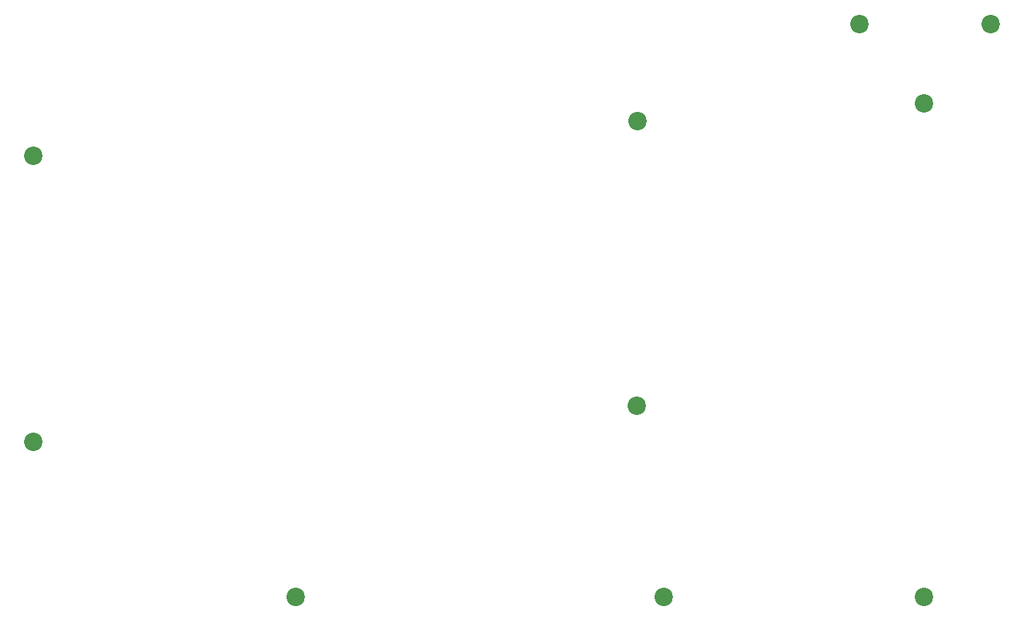
<source format=gbr>
%TF.GenerationSoftware,KiCad,Pcbnew,(5.99.0-8557-g8988e46ab1)*%
%TF.CreationDate,2021-02-27T05:52:11-07:00*%
%TF.ProjectId,SP56_Plate,53503536-5f50-46c6-9174-652e6b696361,rev?*%
%TF.SameCoordinates,Original*%
%TF.FileFunction,Soldermask,Bot*%
%TF.FilePolarity,Negative*%
%FSLAX46Y46*%
G04 Gerber Fmt 4.6, Leading zero omitted, Abs format (unit mm)*
G04 Created by KiCad (PCBNEW (5.99.0-8557-g8988e46ab1)) date 2021-02-27 05:52:11*
%MOMM*%
%LPD*%
G01*
G04 APERTURE LIST*
%ADD10C,2.200000*%
G04 APERTURE END LIST*
D10*
%TO.C,H8*%
X275450000Y-77600000D03*
%TD*%
%TO.C,D31*%
X342750000Y-9100000D03*
%TD*%
%TO.C,H7*%
X319450000Y-77600000D03*
%TD*%
%TO.C,D32*%
X358450000Y-9125000D03*
%TD*%
%TO.C,H1*%
X316175000Y-54725000D03*
%TD*%
%TO.C,H3*%
X244175000Y-59025000D03*
%TD*%
%TO.C,H6*%
X244175000Y-24825000D03*
%TD*%
%TO.C,H5*%
X316275000Y-20725000D03*
%TD*%
%TO.C,H2*%
X350450000Y-77600000D03*
%TD*%
%TO.C,H4*%
X350450000Y-18600000D03*
%TD*%
M02*

</source>
